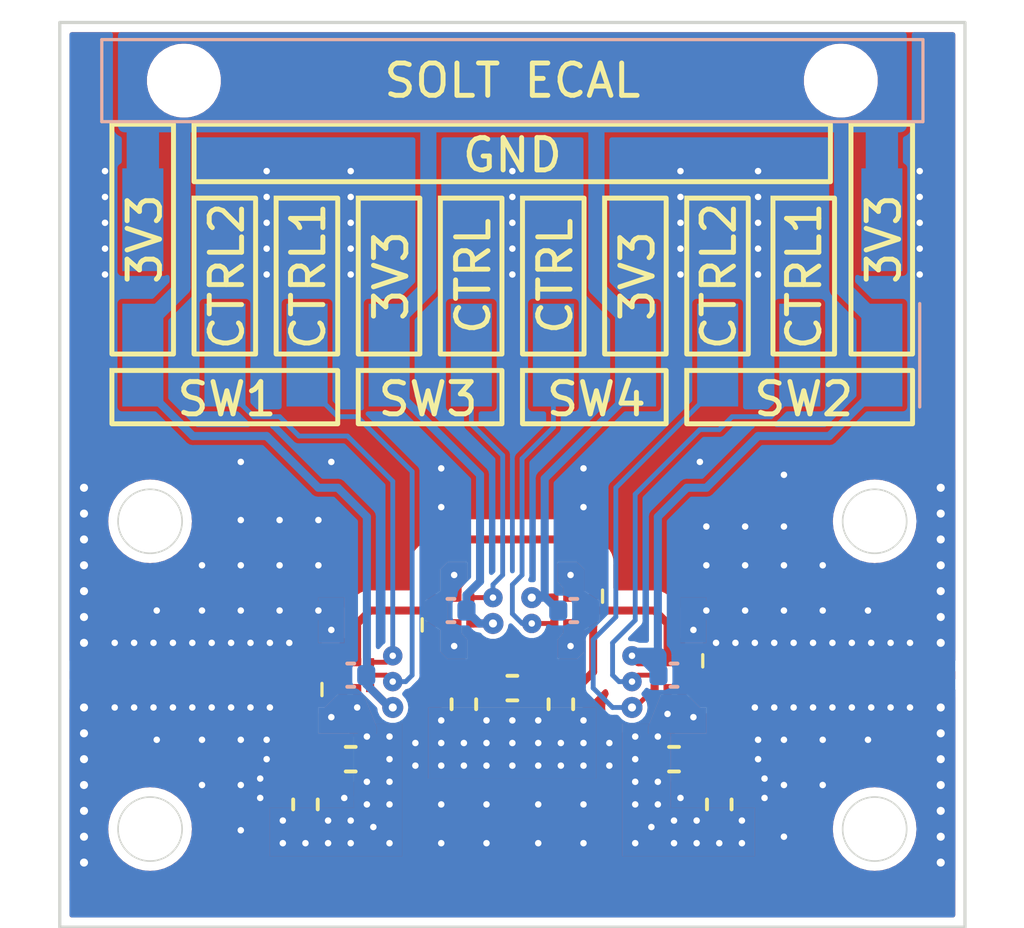
<source format=kicad_pcb>
(kicad_pcb (version 20221018) (generator pcbnew)
  (layers (0 "F.Cu" signal) (1 "In1.Cu" signal) (2 "In2.Cu" signal) (31 "B.Cu" signal) (34 "B.Paste" user) (35 "F.Paste" user) (36 "B.SilkS" user "B.Silkscreen") (37 "F.SilkS" user "F.Silkscreen") (38 "B.Mask" user) (39 "F.Mask" user) (44 "Edge.Cuts" user))
  (net 0 "")
  (net 1 "+3V3")
  (net 2 "SW1_CTRL1")
  (net 3 "SW1_CTRL2")
  (net 4 "/PORT1")
  (net 5 "SW2_CTRL1")
  (net 6 "SW2_CTRL2")
  (net 7 "/PORT2")
  (net 8 "SW1_Load")
  (net 9 "SW2_Load")
  (net 10 "SW1_Open")
  (net 11 "SW_Through")
  (net 12 "SW2_Open")
  (net 13 "SW1_Through")
  (net 14 "SW2_Through")
  (net 16 "SW3_CTRL")
  (net 18 "SW4_CTRL")
  (net 19 "/SW1_3dB")
  (net 20 "/SW2_3dB")
  (net 21 "GND")
  (footprint "Resistor_SMD:R_0402_1005Metric" (layer "F.Cu") (at 96 76.8 180)
    (fp_text reference "R22" hide)
    (fp_text value "100")
  )
  (footprint "Infineon:XQFP-10" (layer "F.Cu") (at 89.1 72.2 90)
    (fp_text reference "U3" hide)
    (fp_text value "BGS12PN10")
  )
  (footprint "Infineon:1092-03A-6" (layer "F.Cu") (at 105 74.2 -90)
    (fp_text reference "J2" hide)
    (fp_text value "PORT2")
    (fp_circle (center -4.7625 2.794) (end -3.7719 2.794) (stroke (width 0.05)) (fill none) (layer "Edge.Cuts"))
    (fp_circle (center 4.7625 2.794) (end 5.7531 2.794) (stroke (width 0.05)) (fill none) (layer "Edge.Cuts"))
  )
  (footprint "Infineon:1092-03A-6" (layer "F.Cu") (at 77 74.2 90)
    (fp_text reference "J1" hide)
    (fp_text value "PORT1")
    (fp_circle (center -4.7625 2.794) (end -3.7719 2.794) (stroke (width 0.05)) (fill none) (layer "Edge.Cuts"))
    (fp_circle (center 4.7625 2.794) (end 5.7531 2.794) (stroke (width 0.05)) (fill none) (layer "Edge.Cuts"))
  )
  (footprint "Resistor_SMD:R_0402_1005Metric" (layer "F.Cu") (at 91 74.6)
    (fp_text reference "R103" hide)
    (fp_text value "18")
  )
  (footprint "Infineon:XQFP-10" (layer "F.Cu") (at 96 74.2 -90)
    (fp_text reference "U2" hide)
    (fp_text value "BGS14PN10")
  )
  (footprint "Resistor_SMD:R_0402_1005Metric" (layer "F.Cu") (at 86 76.8)
    (fp_text reference "R12" hide)
    (fp_text value "100")
  )
  (footprint "Resistor_SMD:R_0402_1005Metric" (layer "F.Cu") (at 84.6 78.2 -90)
    (fp_text reference "R11" hide)
    (fp_text value "100")
  )
  (footprint "Infineon:XQFP-10" (layer "F.Cu") (at 92.9 72.2 -90)
    (fp_text reference "U4" hide)
    (fp_text value "BGS12PN10")
  )
  (footprint "Resistor_SMD:R_0402_1005Metric" (layer "F.Cu") (at 89.5 75.1 -90)
    (fp_text reference "R101" hide)
    (fp_text value "300")
  )
  (footprint "Infineon:XQFP-10" (layer "F.Cu") (at 86 74.2 90)
    (fp_text reference "U1" hide)
    (fp_text value "BGS14PN10")
  )
  (footprint "Resistor_SMD:R_0402_1005Metric" (layer "F.Cu") (at 92.5 75.1 -90)
    (fp_text reference "R102" hide)
    (fp_text value "300")
  )
  (footprint "Resistor_SMD:R_0402_1005Metric" (layer "F.Cu") (at 97.4 78.2 -90)
    (fp_text reference "R21" hide)
    (fp_text value "100")
  )
  (footprint "Capacitor_SMD:C_0402_1005Metric" (layer "B.Cu") (at 92.9 72.2)
    (fp_text reference "C4" hide)
    (fp_text value "C")
  )
  (footprint "Capacitor_SMD:C_0402_1005Metric" (layer "B.Cu") (at 86 74.2 180)
    (fp_text reference "C1" hide)
    (fp_text value "C")
  )
  (footprint "Capacitor_SMD:C_0402_1005Metric" (layer "B.Cu") (at 96 74.2)
    (fp_text reference "C2" hide)
    (fp_text value "C")
  )
  (footprint "Infineon:PinHeader_2x10_P2.54mm_Horizontal_SMD" (layer "B.Cu") (at 91 62.2 180)
    (fp_text reference "J3" hide)
    (fp_text value "GPIO" hide)
  )
  (footprint "Capacitor_SMD:C_0402_1005Metric" (layer "B.Cu") (at 89.1 72.2 180)
    (fp_text reference "C3" hide)
    (fp_text value "C")
  )
  (gr_rect (start 96.393 59.436) (end 98.298 64.262) (stroke (width 0.153)) (fill none) (layer "F.SilkS"))
  (gr_rect (start 91.313 59.436) (end 93.218 64.262) (stroke (width 0.153)) (fill none) (layer "F.SilkS"))
  (gr_rect (start 101.473 57.15) (end 103.378 64.262) (stroke (width 0.153)) (fill none) (layer "F.SilkS"))
  (gr_rect (start 96.393 64.77) (end 103.378 66.421) (stroke (width 0.153)) (fill none) (layer "F.SilkS"))
  (gr_rect (start 91.313 64.77) (end 95.758 66.421) (stroke (width 0.153)) (fill none) (layer "F.SilkS"))
  (gr_rect (start 93.853 59.436) (end 95.758 64.262) (stroke (width 0.153)) (fill none) (layer "F.SilkS"))
  (gr_rect (start 99.06 59.436) (end 100.965 64.262) (stroke (width 0.153)) (fill none) (layer "F.SilkS"))
  (gr_rect (start 88.773 59.436) (end 90.678 64.262) (stroke (width 0.153)) (fill none) (layer "F.SilkS"))
  (gr_rect (start 81.153 57.15) (end 100.838 58.928) (stroke (width 0.153)) (fill none) (layer "F.SilkS"))
  (gr_rect (start 78.613 57.15) (end 80.518 64.262) (stroke (width 0.153)) (fill none) (layer "F.SilkS"))
  (gr_rect (start 81.153 59.436) (end 83.058 64.262) (stroke (width 0.153)) (fill none) (layer "F.SilkS"))
  (gr_rect (start 86.233 64.77) (end 90.678 66.421) (stroke (width 0.153)) (fill none) (layer "F.SilkS"))
  (gr_rect (start 78.613 64.77) (end 85.598 66.421) (stroke (width 0.153)) (fill none) (layer "F.SilkS"))
  (gr_rect (start 83.693 59.436) (end 85.598 64.262) (stroke (width 0.153)) (fill none) (layer "F.SilkS"))
  (gr_rect (start 86.233 59.436) (end 88.138 64.262) (stroke (width 0.153)) (fill none) (layer "F.SilkS"))
  (gr_rect (start 77 54) (end 105 82) (stroke (width 0.1)) (fill none) (layer "Edge.Cuts"))
  (gr_text "CTRL" (at 89.789 61.849 90) (layer "F.SilkS") (effects (font (size 1 1) (thickness 0.153))))
  (gr_text "3V3" (at 94.869 61.849 90) (layer "F.SilkS") (effects (font (size 1 1) (thickness 0.153))))
  (gr_text "SW4" (at 93.599 65.659) (layer "F.SilkS") (effects (font (size 1 1) (thickness 0.153))))
  (gr_text "SOLT ECAL" (at 91 55.8) (layer "F.SilkS") (effects (font (size 1 1) (thickness 0.153))))
  (gr_text "CTRL1" (at 84.6836 61.849 90) (layer "F.SilkS") (effects (font (size 1 1) (thickness 0.153))))
  (gr_text "CTRL1" (at 100.0252 61.849 90) (layer "F.SilkS") (effects (font (size 1 1) (thickness 0.153))))
  (gr_text "3V3" (at 102.489 60.706 90) (layer "F.SilkS") (effects (font (size 1 1) (thickness 0.153))))
  (gr_text "CTRL2" (at 82.169 61.849 90) (layer "F.SilkS") (effects (font (size 1 1) (thickness 0.153))))
  (gr_text "3V3" (at 87.249 61.849 90) (layer "F.SilkS") (effects (font (size 1 1) (thickness 0.153))))
  (gr_text "SW3" (at 88.392 65.659) (layer "F.SilkS") (effects (font (size 1 1) (thickness 0.153))))
  (gr_text "SW1" (at 82.169 65.659) (layer "F.SilkS") (effects (font (size 1 1) (thickness 0.153))))
  (gr_text "3V3" (at 79.629 60.706 90) (layer "F.SilkS") (effects (font (size 1 1) (thickness 0.153))))
  (gr_text "CTRL2" (at 97.3836 61.849 90) (layer "F.SilkS") (effects (font (size 1 1) (thickness 0.153))))
  (gr_text "SW2" (at 100.0125 65.659) (layer "F.SilkS") (effects (font (size 1 1) (thickness 0.153))))
  (gr_text "GND" (at 91 58.108) (layer "F.SilkS") (effects (font (size 1 1) (thickness 0.153))))
  (gr_text "CTRL" (at 92.329 61.849 90) (layer "F.SilkS") (effects (font (size 1 1) (thickness 0.153))))
  (segment (start 89.7 72.6) (end 90.4 72.6) (width 0.25) (layer "F.Cu") (net 1))
  (segment (start 86.6 74.6) (end 87.2 75.2) (width 0.25) (layer "F.Cu") (net 1))
  (segment (start 94.9 73.8) (end 94.7 73.6) (width 0.25) (layer "F.Cu") (net 1))
  (segment (start 92.3 71.8) (end 91.6 71.8) (width 0.25) (layer "F.Cu") (net 1))
  (segment (start 87.2 75.2) (end 87.3 75.2) (width 0.25) (layer "F.Cu") (net 1))
  (segment (start 95.4 73.8) (end 94.9 73.8) (width 0.25) (layer "F.Cu") (net 1))
  (via (at 91.6 71.8) (size 0.65) (drill 0.25) (layers "F.Cu" "B.Cu") (net 1))
  (via (at 87.3 75.2) (size 0.65) (drill 0.25) (layers "F.Cu" "B.Cu") (net 1))
  (via (at 90.4 72.6) (size 0.65) (drill 0.25) (layers "F.Cu" "B.Cu") (net 1))
  (via (at 94.7 73.6) (size 0.6) (drill 0.2) (layers "F.Cu" "B.Cu") (net 1))
  (segment (start 94.83 64.295) (end 94.83 63.43) (width 0.5) (layer "B.Cu") (net 1))
  (segment (start 85.6 68.4) (end 85.2 68.4) (width 0.25) (layer "B.Cu") (net 1))
  (segment (start 79.57 64.295) (end 79.57 63.34) (width 0.5) (layer "B.Cu") (net 1))
  (segment (start 87.19 65.19) (end 87.19 64.295) (width 0.25) (layer "B.Cu") (net 1))
  (segment (start 95.52 73.6) (end 94.7 73.6) (width 0.5) (layer "B.Cu") (net 1))
  (segment (start 79.57 63.43) (end 80.8 62.2) (width 0.5) (layer "B.Cu") (net 1))
  (segment (start 102.43 60.105) (end 102.43 57.23) (width 1) (layer "B.Cu") (net 1))
  (segment (start 86.5 69.3) (end 85.6 68.4) (width 0.25) (layer "B.Cu") (net 1))
  (segment (start 92 68.116116) (end 94.81 65.306116) (width 0.25) (layer "B.Cu") (net 1))
  (segment (start 79.57 60.105) (end 79.57 57.23) (width 1) (layer "B.Cu") (net 1))
  (segment (start 89.58 72.2) (end 89.58 71.72) (width 0.25) (layer "B.Cu") (net 1))
  (segment (start 87.17 63.43) (end 88.4 62.2) (width 0.5) (layer "B.Cu") (net 1))
  (segment (start 95.5 74.18) (end 95.5 69.3) (width 0.25) (layer "B.Cu") (net 1))
  (segment (start 102.43 63.43) (end 101.2 62.2) (width 0.5) (layer "B.Cu") (net 1))
  (segment (start 94.7 73.6) (end 94.92 73.6) (width 0.25) (layer "B.Cu") (net 1))
  (segment (start 96.4 68.4) (end 97 68.4) (width 0.25) (layer "B.Cu") (net 1))
  (segment (start 79.57 65.25) (end 81.12 66.8) (width 0.25) (layer "B.Cu") (net 1))
  (segment (start 86.5 69.6) (end 86.5 69.3) (width 0.25) (layer "B.Cu") (net 1))
  (segment (start 86.5 74.18) (end 86.5 69.6) (width 0.25) (layer "B.Cu") (net 1))
  (segment (start 90 71.3) (end 90 68) (width 0.25) (layer "B.Cu") (net 1))
  (segment (start 87.2 75.2) (end 86.48 74.48) (width 0.25) (layer "B.Cu") (net 1))
  (segment (start 90 68) (end 87.19 65.19) (width 0.25) (layer "B.Cu") (net 1))
  (segment (start 86.48 74.48) (end 86.48 74.2) (width 0.25) (layer "B.Cu") (net 1))
  (segment (start 85 68.4) (end 85.2 68.4) (width 0.25) (layer "B.Cu") (net 1))
  (segment (start 94.81 65.306116) (end 94.81 64.295) (width 0.25) (layer "B.Cu") (net 1))
  (segment (start 80.8 62.2) (end 80.8 57.4) (width 0.5) (layer "B.Cu") (net 1))
  (segment (start 89.98 72.6) (end 89.58 72.2) (width 0.25) (layer "B.Cu") (net 1))
  (segment (start 87.3 75.2) (end 87.2 75.2) (width 0.25) (layer "B.Cu") (net 1))
  (segment (start 86.48 74.2) (end 86.5 74.18) (width 0.25) (layer "B.Cu") (net 1))
  (segment (start 91.6 71.8) (end 92.02 71.8) (width 0.25) (layer "B.Cu") (net 1))
  (segment (start 92 71.78) (end 92 68.116116) (width 0.25) (layer "B.Cu") (net 1))
  (segment (start 90.4 72.6) (end 89.98 72.6) (width 0.25) (layer "B.Cu") (net 1))
  (segment (start 81.12 66.8) (end 83.4 66.8) (width 0.25) (layer "B.Cu") (net 1))
  (segment (start 93.6 62.2) (end 93.6 57.4) (width 0.5) (layer "B.Cu") (net 1))
  (segment (start 83.4 66.8) (end 85 68.4) (width 0.25) (layer "B.Cu") (net 1))
  (segment (start 79.57 64.295) (end 79.57 63.43) (width 0.5) (layer "B.Cu") (net 1))
  (segment (start 87.17 64.295) (end 87.17 63.43) (width 0.5) (layer "B.Cu") (net 1))
  (segment (start 102.43 57.23) (end 102.4 57.2) (width 1) (layer "B.Cu") (net 1))
  (segment (start 92.02 71.8) (end 92 71.78) (width 0.25) (layer "B.Cu") (net 1))
  (segment (start 100.8 66.8) (end 102.43 65.17) (width 0.25) (layer "B.Cu") (net 1))
  (segment (start 79.57 57.23) (end 79.6 57.2) (width 1) (layer "B.Cu") (net 1))
  (segment (start 102.43 65.17) (end 102.43 64.295) (width 0.25) (layer "B.Cu") (net 1))
  (segment (start 79.57 64.295) (end 79.57 65.25) (width 0.25) (layer "B.Cu") (net 1))
  (segment (start 94.83 63.43) (end 93.6 62.2) (width 0.5) (layer "B.Cu") (net 1))
  (segment (start 98.6 66.8) (end 100.8 66.8) (width 0.25) (layer "B.Cu") (net 1))
  (segment (start 89.58 71.72) (end 90 71.3) (width 0.25) (layer "B.Cu") (net 1))
  (segment (start 95.5 69.3) (end 96.4 68.4) (width 0.25) (layer "B.Cu") (net 1))
  (segment (start 102.43 64.295) (end 102.43 63.43) (width 0.5) (layer "B.Cu") (net 1))
  (segment (start 88.4 62.2) (end 88.4 57.4) (width 0.5) (layer "B.Cu") (net 1))
  (segment (start 92.02 71.8) (end 92.42 72.2) (width 0.25) (layer "B.Cu") (net 1))
  (segment (start 102.43 65.25) (end 102.43 64.295) (width 0.25) (layer "B.Cu") (net 1))
  (segment (start 101.2 62.2) (end 101.2 57.4) (width 0.5) (layer "B.Cu") (net 1))
  (segment (start 95.52 74.2) (end 95.52 73.6) (width 0.5) (layer "B.Cu") (net 1))
  (segment (start 97 68.4) (end 98.6 66.8) (width 0.25) (layer "B.Cu") (net 1))
  (segment (start 94.92 73.6) (end 95.52 74.2) (width 0.25) (layer "B.Cu") (net 1))
  (segment (start 87.3 74.4) (end 87.1 74.2) (width 0.15) (layer "F.Cu") (net 2))
  (segment (start 87.1 74.2) (end 86.6 74.2) (width 0.15) (layer "F.Cu") (net 2))
  (via (at 87.3 74.4) (size 0.6) (drill 0.2) (layers "F.Cu" "B.Cu") (net 2))
  (segment (start 87.7 74.4) (end 87.9 74.2) (width 0.15) (layer "B.Cu") (net 2))
  (segment (start 85.6 66.2) (end 84.65 65.25) (width 0.15) (layer "B.Cu") (net 2))
  (segment (start 86.2 66.2) (end 85.6 66.2) (width 0.15) (layer "B.Cu") (net 2))
  (segment (start 87.9 74.2) (end 87.9 67.9) (width 0.15) (layer "B.Cu") (net 2))
  (segment (start 87.9 67.9) (end 86.2 66.2) (width 0.15) (layer "B.Cu") (net 2))
  (segment (start 84.65 65.25) (end 84.65 64.295) (width 0.15) (layer "B.Cu") (net 2))
  (segment (start 87.3 74.4) (end 87.7 74.4) (width 0.15) (layer "B.Cu") (net 2))
  (segment (start 87.3 73.6) (end 87.1 73.8) (width 0.15) (layer "F.Cu") (net 3))
  (segment (start 87.1 73.8) (end 86.6 73.8) (width 0.15) (layer "F.Cu") (net 3))
  (via (at 87.3 73.6) (size 0.6) (drill 0.2) (layers "F.Cu" "B.Cu") (net 3))
  (segment (start 83.8 66.2) (end 84.4 66.8) (width 0.15) (layer "B.Cu") (net 3))
  (segment (start 82.11 65.31) (end 82.11 64.295) (width 0.15) (layer "B.Cu") (net 3))
  (segment (start 83 66.2) (end 82.11 65.31) (width 0.15) (layer "B.Cu") (net 3))
  (segment (start 87.3 73.6) (end 87.3 68.2) (width 0.15) (layer "B.Cu") (net 3))
  (segment (start 83 66.2) (end 83.8 66.2) (width 0.15) (layer "B.Cu") (net 3))
  (segment (start 87.3 68.2) (end 85.9 66.8) (width 0.15) (layer "B.Cu") (net 3))
  (segment (start 85.9 66.8) (end 84.4 66.8) (width 0.15) (layer "B.Cu") (net 3))
  (segment (start 85.4 74.2) (end 77.75 74.2) (width 0.245) (layer "F.Cu") (net 4))
  (segment (start 94.9 74.2) (end 95.4 74.2) (width 0.15) (layer "F.Cu") (net 5))
  (segment (start 94.7 74.4) (end 94.9 74.2) (width 0.15) (layer "F.Cu") (net 5))
  (via (at 94.7 74.4) (size 0.6) (drill 0.2) (layers "F.Cu" "B.Cu") (net 5))
  (segment (start 94.8 72.5) (end 94.1 73.2) (width 0.15) (layer "B.Cu") (net 5))
  (segment (start 94.3 74.4) (end 94.7 74.4) (width 0.15) (layer "B.Cu") (net 5))
  (segment (start 99 66.2) (end 97.8 66.2) (width 0.15) (layer "B.Cu") (net 5))
  (segment (start 94.8 68.6) (end 94.8 72.5) (width 0.15) (layer "B.Cu") (net 5))
  (segment (start 99.89 65.31) (end 99 66.2) (width 0.15) (layer "B.Cu") (net 5))
  (segment (start 99.89 64.295) (end 99.89 65.31) (width 0.15) (layer "B.Cu") (net 5))
  (segment (start 97.4 66.6) (end 96.8 66.6) (width 0.15) (layer "B.Cu") (net 5))
  (segment (start 96.8 66.6) (end 94.8 68.6) (width 0.15) (layer "B.Cu") (net 5))
  (segment (start 94.1 73.2) (end 94.1 74.2) (width 0.15) (layer "B.Cu") (net 5))
  (segment (start 97.8 66.2) (end 97.4 66.6) (width 0.15) (layer "B.Cu") (net 5))
  (segment (start 94.1 74.2) (end 94.3 74.4) (width 0.15) (layer "B.Cu") (net 5))
  (segment (start 95.4 74.6) (end 94.8 75.2) (width 0.15) (layer "F.Cu") (net 6))
  (segment (start 94.8 75.2) (end 94.7 75.2) (width 0.15) (layer "F.Cu") (net 6))
  (via (at 94.7 75.2) (size 0.65) (drill 0.25) (layers "F.Cu" "B.Cu") (net 6))
  (segment (start 93.5 74.6) (end 93.5 73.1) (width 0.15) (layer "B.Cu") (net 6))
  (segment (start 94.2 68.4) (end 97.35 65.25) (width 0.15) (layer "B.Cu") (net 6))
  (segment (start 93.5 73.1) (end 94.2 72.4) (width 0.15) (layer "B.Cu") (net 6))
  (segment (start 94.1 75.2) (end 93.5 74.6) (width 0.15) (layer "B.Cu") (net 6))
  (segment (start 97.35 65.25) (end 97.35 64.295) (width 0.15) (layer "B.Cu") (net 6))
  (segment (start 94.2 72.4) (end 94.2 68.4) (width 0.15) (layer "B.Cu") (net 6))
  (segment (start 94.7 75.2) (end 94.1 75.2) (width 0.15) (layer "B.Cu") (net 6))
  (segment (start 96.6 74.2) (end 104.25 74.2) (width 0.245) (layer "F.Cu") (net 7))
  (segment (start 85.4 74.6) (end 84.5 75.5) (width 0.245) (layer "F.Cu") (net 8))
  (segment (start 84.5 76.7) (end 85 77.2) (width 0.245) (layer "F.Cu") (net 8))
  (segment (start 84.5 75.5) (end 84.5 76.7) (width 0.245) (layer "F.Cu") (net 8))
  (segment (start 97.5 75.5) (end 97.5 76.7) (width 0.245) (layer "F.Cu") (net 9))
  (segment (start 97.5 76.7) (end 97.1 77.1) (width 0.245) (layer "F.Cu") (net 9))
  (segment (start 96.6 74.6) (end 97.5 75.5) (width 0.245) (layer "F.Cu") (net 9))
  (segment (start 93.5 70.7) (end 93.5 71.8) (width 0.245) (layer "F.Cu") (net 11))
  (segment (start 89.2 70) (end 92.8 70) (width 0.245) (layer "F.Cu") (net 11))
  (segment (start 88.5 70.7) (end 89.2 70) (width 0.245) (layer "F.Cu") (net 11))
  (segment (start 92.8 70) (end 93.5 70.7) (width 0.245) (layer "F.Cu") (net 11))
  (segment (start 88.5 71.8) (end 88.5 70.7) (width 0.245) (layer "F.Cu") (net 11))
  (segment (start 86.2 72.6) (end 86.6 72.2) (width 0.245) (layer "F.Cu") (net 13))
  (segment (start 86.6 72.2) (end 88.5 72.2) (width 0.245) (layer "F.Cu") (net 13))
  (segment (start 86.2 73.8) (end 86.2 72.6) (width 0.245) (layer "F.Cu") (net 13))
  (segment (start 95.8 73.8) (end 95.8 72.6) (width 0.245) (layer "F.Cu") (net 14))
  (segment (start 95.4 72.2) (end 93.5 72.2) (width 0.245) (layer "F.Cu") (net 14))
  (segment (start 95.8 72.6) (end 95.4 72.2) (width 0.245) (layer "F.Cu") (net 14))
  (segment (start 89.7 71.8) (end 90.4 71.8) (width 0.15) (layer "F.Cu") (net 16))
  (via (at 90.4 71.8) (size 0.6) (drill 0.2) (layers "F.Cu" "B.Cu") (net 16))
  (segment (start 89.73 66.43) (end 89.73 64.295) (width 0.15) (layer "B.Cu") (net 16))
  (segment (start 90.4 71.4) (end 90.7 71.1) (width 0.15) (layer "B.Cu") (net 16))
  (segment (start 90.7 71.1) (end 90.7 67.4) (width 0.15) (layer "B.Cu") (net 16))
  (segment (start 90.7 67.4) (end 89.73 66.43) (width 0.15) (layer "B.Cu") (net 16))
  (segment (start 90.4 71.8) (end 90.4 71.4) (width 0.15) (layer "B.Cu") (net 16))
  (segment (start 92.3 72.6) (end 91.6 72.6) (width 0.15) (layer "F.Cu") (net 18))
  (via (at 91.6 72.6) (size 0.6) (drill 0.2) (layers "F.Cu" "B.Cu") (net 18))
  (segment (start 92.27 66.53) (end 92.27 64.295) (width 0.15) (layer "B.Cu") (net 18))
  (segment (start 91 71.4) (end 91.3 71.1) (width 0.15) (layer "B.Cu") (net 18))
  (segment (start 91.3 71.1) (end 91.3 67.5) (width 0.15) (layer "B.Cu") (net 18))
  (segment (start 91.3 67.5) (end 92.27 66.53) (width 0.15) (layer "B.Cu") (net 18))
  (segment (start 91.6 72.6) (end 91.3 72.6) (width 0.15) (layer "B.Cu") (net 18))
  (segment (start 91 72.3) (end 91 71.4) (width 0.15) (layer "B.Cu") (net 18))
  (segment (start 91.3 72.6) (end 91 72.3) (width 0.15) (layer "B.Cu") (net 18))
  (segment (start 88.5 72.6) (end 88.5 74.1) (width 0.245) (layer "F.Cu") (net 19))
  (segment (start 89.01 74.59) (end 89.5 74.59) (width 0.245) (layer "F.Cu") (net 19))
  (segment (start 88.5 74.1) (end 89 74.6) (width 0.245) (layer "F.Cu") (net 19))
  (segment (start 89 74.6) (end 89.01 74.59) (width 0.245) (layer "F.Cu") (net 19))
  (segment (start 90.48 74.59) (end 90.49 74.6) (width 0.245) (layer "F.Cu") (net 19))
  (segment (start 89.5 74.59) (end 90.48 74.59) (width 0.245) (layer "F.Cu") (net 19))
  (segment (start 91.52 74.59) (end 91.51 74.6) (width 0.245) (layer "F.Cu") (net 20))
  (segment (start 93.5 72.6) (end 93.5 74.1) (width 0.245) (layer "F.Cu") (net 20))
  (segment (start 93.5 74.1) (end 93.01 74.59) (width 0.245) (layer "F.Cu") (net 20))
  (segment (start 93.01 74.59) (end 92.5 74.59) (width 0.245) (layer "F.Cu") (net 20))
  (segment (start 92.5 74.59) (end 91.52 74.59) (width 0.245) (layer "F.Cu") (net 20))
  (segment (start 86.2 74.6) (end 86.2 75.2) (width 0.245) (layer "F.Cu") (net 21))
  (segment (start 95.8 74.6) (end 95.8 75.3) (width 0.245) (layer "F.Cu") (net 21))
  (segment (start 85.8 73.8) (end 85.8 73.2) (width 0.2) (layer "F.Cu") (net 21))
  (segment (start 96.2 73.2) (end 96.6 72.8) (width 0.2) (layer "F.Cu") (net 21))
  (segment (start 85.4 75.151471) (end 85.8 74.751471) (width 0.2) (layer "F.Cu") (net 21))
  (segment (start 85.4 75.5) (end 85.4 75.151471) (width 0.2) (layer "F.Cu") (net 21))
  (segment (start 85.8 73.2) (end 85.4 72.8) (width 0.2) (layer "F.Cu") (net 21))
  (segment (start 96.6 75.5) (end 96.6 75.151471) (width 0.2) (layer "F.Cu") (net 21))
  (segment (start 85.8 74.751471) (end 85.8 74.6) (width 0.2) (layer "F.Cu") (net 21))
  (segment (start 96.2 74.751471) (end 96.2 74.6) (width 0.2) (layer "F.Cu") (net 21))
  (segment (start 96.2 73.8) (end 96.2 73.2) (width 0.2) (layer "F.Cu") (net 21))
  (segment (start 96.6 75.151471) (end 96.2 74.751471) (width 0.2) (layer "F.Cu") (net 21))
  (via (at 91 61) (size 0.6) (drill 0.2) (layers "F.Cu" "B.Cu") (net 21))
  (via (at 99.4 68) (size 0.6) (drill 0.2) (layers "F.Cu" "B.Cu") (net 21))
  (via (at 82.9 75.2) (size 0.6) (drill 0.2) (layers "F.Cu" "B.Cu") (net 21))
  (via (at 83.9 79.4) (size 0.6) (drill 0.2) (layers "F.Cu" "B.Cu") (net 21))
  (via (at 87.2 78.2) (size 0.6) (drill 0.2) (layers "F.Cu" "B.Cu") (net 21))
  (via (at 90.2 77) (size 0.6) (drill 0.2) (layers "F.Cu" "B.Cu") (net 21))
  (via (at 79.9 73.2) (size 0.6) (drill 0.2) (layers "F.Cu" "B.Cu") (net 21))
  (via (at 102.1 75.2) (size 0.6) (drill 0.2) (layers "F.Cu" "B.Cu") (net 21))
  (via (at 94.8 79.4) (size 0.6) (drill 0.2) (layers "F.Cu" "B.Cu") (net 21))
  (via (at 93.2 67.8) (size 0.6) (drill 0.2) (layers "F.Cu" "B.Cu") (net 21))
  (via (at 79.9 75.2) (size 0.6) (drill 0.2) (layers "F.Cu" "B.Cu") (net 21))
  (via (at 95.5 77.5) (size 0.6) (drill 0.2) (layers "F.Cu" "B.Cu") (net 21))
  (via (at 100.6 77.6) (size 0.6) (drill 0.2) (layers "F.Cu" "B.Cu") (net 21))
  (via (at 85.3 79.4) (size 0.6) (drill 0.2) (layers "F.Cu" "B.Cu") (net 21))
  (via (at 93.2 79.4) (size 0.6) (drill 0.2) (layers "F.Cu" "B.Cu") (net 21))
  (via (at 87.2 79.4) (size 0.6) (drill 0.2) (layers "F.Cu" "B.Cu") (net 21))
  (via (at 81.7 73.2) (size 0.6) (drill 0.2) (layers "F.Cu" "B.Cu") (net 21))
  (via (at 103.6 61) (size 0.6) (drill 0.2) (layers "F.Cu" "B.Cu") (net 21))
  (via (at 97.9 73.2) (size 0.6) (drill 0.2) (layers "F.Cu" "B.Cu") (net 21))
  (via (at 85.4 67.6) (size 0.6) (drill 0.2) (layers "F.Cu" "B.Cu") (net 21))
  (via (at 81.4 76.2) (size 0.6) (drill 0.2) (layers "F.Cu" "B.Cu") (net 21))
  (via (at 88.8 77) (size 0.6) (drill 0.2) (layers "F.Cu" "B.Cu") (net 21))
  (via (at 83.2 77.4) (size 0.6) (drill 0.2) (layers "F.Cu" "B.Cu") (net 21))
  (via (at 86.2 75.2) (size 0.6) (drill 0.2) (layers "F.Cu" "B.Cu") (net 21))
  (via (at 96.2 61) (size 0.6) (drill 0.2) (layers "F.Cu" "B.Cu") (net 21))
  (via (at 98.8 77.4) (size 0.6) (drill 0.2) (layers "F.Cu" "B.Cu") (net 21))
  (via (at 84.6 79.4) (size 0.6) (drill 0.2) (layers "F.Cu" "B.Cu") (net 21))
  (via (at 88 77) (size 0.6) (drill 0.2) (layers "F.Cu" "B.Cu") (net 21))
  (via (at 82.3 75.2) (size 0.6) (drill 0.2) (layers "F.Cu" "B.Cu") (net 21))
  (via (at 96.6 72.8) (size 0.6) (drill 0.2) (layers "F.Cu" "B.Cu") (net 21))
  (via (at 96.2 60.2) (size 0.6) (drill 0.2) (layers "F.Cu" "B.Cu") (net 21))
  (via (at 103.6 59.4) (size 0.6) (drill 0.2) (layers "F.Cu" "B.Cu") (net 21))
  (via (at 98.2 70.8) (size 0.6) (drill 0.2) (layers "F.Cu" "B.Cu") (net 21))
  (via (at 86 61) (size 0.6) (drill 0.2) (layers "F.Cu" "B.Cu") (net 21))
  (via (at 81.7 75.2) (size 0.6) (drill 0.2) (layers "F.Cu" "B.Cu") (net 21))
  (via (at 95.5 76.1) (size 0.6) (drill 0.2) (layers "F.Cu" "B.Cu") (net 21))
  (via (at 83.8 69.4) (size 0.6) (drill 0.2) (layers "F.Cu" "B.Cu") (net 21))
  (via (at 93.2 76.3) (size 0.6) (drill 0.2) (layers "F.Cu" "B.Cu") (net 21))
  (via (at 78.7 73.2) (size 0.6) (drill 0.2) (layers "F.Cu" "B.Cu") (net 21))
  (via (at 91.8 76.3) (size 0.6) (drill 0.2) (layers "F.Cu" "B.Cu") (net 21))
  (via (at 86.5 77.5) (size 0.6) (drill 0.2) (layers "F.Cu" "B.Cu") (net 21))
  (via (at 86.5 78.2) (size 0.6) (drill 0.2) (layers "F.Cu" "B.Cu") (net 21))
  (via (at 98.2 69.6) (size 0.6) (drill 0.2) (layers "F.Cu" "B.Cu") (net 21))
  (via (at 93.2 75.6) (size 0.6) (drill 0.2) (layers "F.Cu" "B.Cu") (net 21))
  (via (at 95.8 75.4) (size 0.6) (drill 0.2) (layers "F.Cu" "B.Cu") (net 21))
  (via (at 81.4 70.8) (size 0.6) (drill 0.2) (layers "F.Cu" "B.Cu") (net 21))
  (via (at 90.2 79.4) (size 0.6) (drill 0.2) (layers "F.Cu" "B.Cu") (net 21))
  (via (at 99.7 75.2) (size 0.6) (drill 0.2) (layers "F.Cu" "B.Cu") (net 21))
  (via (at 99.4 69.6) (size 0.6) (drill 0.2) (layers "F.Cu" "B.Cu") (net 21))
  (via (at 94.8 76.1) (size 0.6) (drill 0.2) (layers "F.Cu" "B.Cu") (net 21))
  (via (at 96.7 78.7) (size 0.6) (drill 0.2) (layers "F.Cu" "B.Cu") (net 21))
  (via (at 80.5 75.2) (size 0.6) (drill 0.2) (layers "F.Cu" "B.Cu") (net 21))
  (via (at 91 58.6) (size 0.6) (drill 0.2) (layers "F.Cu" "B.Cu") (net 21))
  (via (at 101.5 73.2) (size 0.6) (drill 0.2) (layers "F.Cu" "B.Cu") (net 21))
  (via (at 78.4 58.6) (size 0.6) (drill 0.2) (layers "F.Cu" "B.Cu") (net 21))
  (via (at 83.4 58.6) (size 0.6) (drill 0.2) (layers "F.Cu" "B.Cu") (net 21))
  (via (at 93.2 69) (size 0.6) (drill 0.2) (layers "F.Cu" "B.Cu") (net 21))
  (via (at 78.4 61.8) (size 0.6) (drill 0.2) (layers "F.Cu" "B.Cu") (net 21))
  (via (at 99.4 70.8) (size 0.6) (drill 0.2) (layers "F.Cu" "B.Cu") (net 21))
  (via (at 99.1 75.2) (size 0.6) (drill 0.2) (layers "F.Cu" "B.Cu") (net 21))
  (via (at 94 76.3) (size 0.6) (drill 0.2) (layers "F.Cu" "B.Cu") (net 21))
  (via (at 85.3 78.7) (size 0.6) (drill 0.2) (layers "F.Cu" "B.Cu") (net 21))
  (via (at 98.5 73.2) (size 0.6) (drill 0.2) (layers "F.Cu" "B.Cu") (net 21))
  (via (at 82.9 73.2) (size 0.6) (drill 0.2) (layers "F.Cu" "B.Cu") (net 21))
  (via (at 96.8 67.6) (size 0.6) (drill 0.2) (layers "F.Cu" "B.Cu") (net 21))
  (via (at 83.8 72.2) (size 0.6) (drill 0.2) (layers "F.Cu" "B.Cu") (net 21))
  (via (at 98.5 75.2) (size 0.6) (drill 0.2) (layers "F.Cu" "B.Cu") (net 21))
  (via (at 97 69.6) (size 0.6) (drill 0.2) (layers "F.Cu" "B.Cu") (net 21))
  (via (at 96 79.4) (size 0.6) (drill 0.2) (layers "F.Cu" "B.Cu") (net 21))
  (via (at 97 70.8) (size 0.6) (drill 0.2) (layers "F.Cu" "B.Cu") (net 21))
  (via (at 88.8 67.8) (size 0.6) (drill 0.2) (layers "F.Cu" "B.Cu") (net 21))
  (via (at 86 60.2) (size 0.6) (drill 0.2) (layers "F.Cu" "B.Cu") (net 21))
  (via (at 98.6 60.2) (size 0.6) (drill 0.2) (layers "F.Cu" "B.Cu") (net 21))
  (via (at 91 76.3) (size 0.6) (drill 0.2) (layers "F.Cu" "B.Cu") (net 21))
  (via (at 79.3 73.2) (size 0.6) (drill 0.2) (layers "F.Cu" "B.Cu") (net 21))
  (via (at 90.2 78.2) (size 0.6) (drill 0.2) (layers "F.Cu" "B.Cu") (net 21))
  (via (at 99.1 73.2) (size 0.6) (drill 0.2) (layers "F.Cu" "B.Cu") (net 21))
  (via (at 96.2 78) (size 0.6) (drill 0.2) (layers "F.Cu" "B.Cu") (net 21))
  (via (at 86.7 78.9) (size 0.6) (drill 0.2) (layers "F.Cu" "B.Cu") (net 21))
  (via (at 90.2 76.3) (size 0.6) (drill 0.2) (layers "F.Cu" "B.Cu") (net 21))
  (via (at 83.4 61.8) (size 0.6) (drill 0.2) (layers "F.Cu" "B.Cu") (net 21))
  (via (at 103.3 73.2) (size 0.6) (drill 0.2) (layers "F.Cu" "B.Cu") (net 21))
  (via (at 78.7 75.2) (size 0.6) (drill 0.2) (layers "F.Cu" "B.Cu") (net 21))
  (via (at 81.4 77.6) (size 0.6) (drill 0.2) (layers "F.Cu" "B.Cu") (net 21))
  (via (at 98.6 61.8) (size 0.6) (drill 0.2) (layers "F.Cu" "B.Cu") (net 21))
  (via (at 78.4 61) (size 0.6) (drill 0.2) (layers "F.Cu" "B.Cu") (net 21))
  (via (at 78.4 60.2) (size 0.6) (drill 0.2) (layers "F.Cu" "B.Cu") (net 21))
  (via (at 100.9 73.2) (size 0.6) (drill 0.2) (layers "F.Cu" "B.Cu") (net 21))
  (via (at 86.5 76.1) (size 0.6) (drill 0.2) (layers "F.Cu" "B.Cu") (net 21))
  (via (at 99.7 73.2) (size 0.6) (drill 0.2) (layers "F.Cu" "B.Cu") (net 21))
  (via (at 85.8 78) (size 0.6) (drill 0.2) (layers "F.Cu" "B.Cu") (net 21))
  (via (at 102.7 73.2) (size 0.6) (drill 0.2) (layers "F.Cu" "B.Cu") (net 21))
  (via (at 92.5 77) (size 0.6) (drill 0.2) (layers "F.Cu" "B.Cu") (net 21))
  (via (at 86 59.4) (size 0.6) (drill 0.2) (layers "F.Cu" "B.Cu") (net 21))
  (via (at 102 76.2) (size 0.6) (drill 0.2) (layers "F.Cu" "B.Cu") (net 21))
  (via (at 100.6 72.2) (size 0.6) (drill 0.2) (layers "F.Cu" "B.Cu") (net 21))
  (via (at 95.5 78.2) (size 0.6) (drill 0.2) (layers "F.Cu" "B.Cu") (net 21))
  (via (at 88.8 75.6) (size 0.6) (drill 0.2) (layers "F.Cu" "B.Cu") (net 21))
  (via (at 96.6 75.5) (size 0.6) (drill 0.2) (layers "F.Cu" "B.Cu") (net 21))
  (via (at 91 60.2) (size 0.6) (drill 0.2) (layers "F.Cu" "B.Cu") (net 21))
  (via (at 99.4 72.2) (size 0.6) (drill 0.2) (layers "F.Cu" "B.Cu") (net 21))
  (via (at 98.6 59.4) (size 0.6) (drill 0.2) (layers "F.Cu" "B.Cu") (net 21))
  (via (at 92.8 71.1) (size 0.6) (drill 0.2) (layers "F.Cu" "B.Cu") (net 21))
  (via (at 82.6 72.2) (size 0.6) (drill 0.2) (layers "F.Cu" "B.Cu") (net 21))
  (via (at 102.1 73.2) (size 0.6) (drill 0.2) (layers "F.Cu" "B.Cu") (net 21))
  (via (at 80.5 73.2) (size 0.6) (drill 0.2) (layers "F.Cu" "B.Cu") (net 21))
  (via (at 102 72.2) (size 0.6) (drill 0.2) (layers "F.Cu" "B.Cu") (net 21))
  (via (at 80 76.2) (size 0.6) (drill 0.2) (layers "F.Cu" "B.Cu") (net 21))
  (via (at 96.2 58.6) (size 0.6) (drill 0.2) (layers "F.Cu" "B.Cu") (net 21))
  (via (at 100.6 70.8) (size 0.6) (drill 0.2) (layers "F.Cu" "B.Cu") (net 21))
  (via (at 103.6 61.8) (size 0.6) (drill 0.2) (layers "F.Cu" "B.Cu") (net 21))
  (via (at 89.5 76.3) (size 0.6) (drill 0.2) (layers "F.Cu" "B.Cu") (net 21))
  (via (at 87.2 76.1) (size 0.6) (drill 0.2) (layers "F.Cu" "B.Cu") (net 21))
  (via (at 99.4 77.6) (size 0.6) (drill 0.2) (layers "F.Cu" "B.Cu") (net 21))
  (via (at 96.2 61.8) (size 0.6) (drill 0.2) (layers "F.Cu" "B.Cu") (net 21))
  (via (at 95.3 78.9) (size 0.6) (drill 0.2) (layers "F.Cu" "B.Cu") (net 21))
  (via (at 82.3 73.2) (size 0.6) (drill 0.2) (layers "F.Cu" "B.Cu") (net 21))
  (via (at 103.3 75.2) (size 0.6) (drill 0.2) (layers "F.Cu" "B.Cu") (net 21))
  (via (at 82.6 70.8) (size 0.6) (drill 0.2) (layers "F.Cu" "B.Cu") (net 21))
  (via (at 98.2 72.2) (size 0.6) (drill 0.2) (layers "F.Cu" "B.Cu") (net 21))
  (via (at 84.1 73.2) (size 0.6) (drill 0.2) (layers "F.Cu" "B.Cu") (net 21))
  (via (at 94.8 76.8) (size 0.6) (drill 0.2) (layers "F.Cu" "B.Cu") (net 21))
  (via (at 100.3 73.2) (size 0.6) (drill 0.2) (layers "F.Cu" "B.Cu") (net 21))
  (via (at 93.2 77) (size 0.6) (drill 0.2) (layers "F.Cu" "B.Cu") (net 21))
  (via (at 91 61.8) (size 0.6) (drill 0.2) (layers "F.Cu" "B.Cu") (net 21))
  (via (at 82.6 77.6) (size 0.6) (drill 0.2) (layers "F.Cu" "B.Cu") (net 21))
  (via (at 89.5 77) (size 0.6) (drill 0.2) (layers "F.Cu" "B.Cu") (net 21))
  (via (at 91.8 77) (size 0.6) (drill 0.2) (layers "F.Cu" "B.Cu") (net 21))
  (via (at 86 78.7) (size 0.6) (drill 0.2) (layers "F.Cu" "B.Cu") (net 21))
  (via (at 86 58.6) (size 0.6) (drill 0.2) (layers "F.Cu" "B.Cu") (net 21))
  (via (at 83.2 78) (size 0.6) (drill 0.2) (layers "F.Cu" "B.Cu") (net 21))
  (via (at 82.6 79) (size 0.6) (drill 0.2) (layers "F.Cu" "B.Cu") (net 21))
  (via (at 85 69.4) (size 0.6) (drill 0.2) (layers "F.Cu" "B.Cu") (net 21))
  (via (at 98.6 58.6) (size 0.6) (drill 0.2) (layers "F.Cu" "B.Cu") (net 21))
  (via (at 89.2 71.1) (size 0.6) (drill 0.2) (layers "F.Cu" "B.Cu") (net 21))
  (via (at 88.8 79.4) (size 0.6) (drill 0.2) (layers "F.Cu" "B.Cu") (net 21))
  (via (at 101.5 75.2) (size 0.6) (drill 0.2) (layers "F.Cu" "B.Cu") (net 21))
  (via (at 103.6 60.2) (size 0.6) (drill 0.2) (layers "F.Cu" "B.Cu") (net 21))
  (via (at 79.3 75.2) (size 0.6) (drill 0.2) (layers "F.Cu" "B.Cu") (net 21))
  (via (at 86 61.8) (size 0.6) (drill 0.2) (layers "F.Cu" "B.Cu") (net 21))
  (via (at 82.6 76.2) (size 0.6) (drill 0.2) (layers "F.Cu" "B.Cu") (net 21))
  (via (at 102.7 75.2) (size 0.6) (drill 0.2) (layers "F.Cu" "B.Cu") (net 21))
  (via (at 87.2 77.5) (size 0.6) (drill 0.2) (layers "F.Cu" "B.Cu") (net 21))
  (via (at 88.8 69) (size 0.6) (drill 0.2) (layers "F.Cu" "B.Cu") (net 21))
  (via (at 91 59.4) (size 0.6) (drill 0.2) (layers "F.Cu" "B.Cu") (net 21))
  (via (at 88 76.3) (size 0.6) (drill 0.2) (layers "F.Cu" "B.Cu") (net 21))
  (via (at 91.8 79.4) (size 0.6) (drill 0.2) (layers "F.Cu" "B.Cu") (net 21))
  (via (at 83.8 70.8) (size 0.6) (drill 0.2) (layers "F.Cu" "B.Cu") (net 21))
  (via (at 81.1 75.2) (size 0.6) (drill 0.2) (layers "F.Cu" "B.Cu") (net 21))
  (via (at 92.5 76.3) (size 0.6) (drill 0.2) (layers "F.Cu" "B.Cu") (net 21))
  (via (at 97.3 73.2) (size 0.6) (drill 0.2) (layers "F.Cu" "B.Cu") (net 21))
  (via (at 96.2 59.4) (size 0.6) (drill 0.2) (layers "F.Cu" "B.Cu") (net 21))
  (via (at 86 79.4) (size 0.6) (drill 0.2) (layers "F.Cu" "B.Cu") (net 21))
  (via (at 83.5 75.2) (size 0.6) (drill 0.2) (layers "F.Cu" "B.Cu") (net 21))
  (via (at 100.9 75.2) (size 0.6) (drill 0.2) (layers "F.Cu" "B.Cu") (net 21))
  (via (at 97.4 79.4) (size 0.6) (drill 0.2) (layers "F.Cu" "B.Cu") (net 21))
  (via (at 83.4 76.2) (size 0.6) (drill 0.2) (layers "F.Cu" "B.Cu") (net 21))
  (via (at 98.1 79.4) (size 0.6) (drill 0.2) (layers "F.Cu" "B.Cu") (net 21))
  (via (at 98.6 61) (size 0.6) (drill 0.2) (layers "F.Cu" "B.Cu") (net 21))
  (via (at 98.6 76.2) (size 0.6) (drill 0.2) (layers "F.Cu" "B.Cu") (net 21))
  (via (at 80 72.2) (size 0.6) (drill 0.2) (layers "F.Cu" "B.Cu") (net 21))
  (via (at 93.2 78.2) (size 0.6) (drill 0.2) (layers "F.Cu" "B.Cu") (net 21))
  (via (at 98.1 78.7) (size 0.6) (drill 0.2) (layers "F.Cu" "B.Cu") (net 21))
  (via (at 91 75.6) (size 0.6) (drill 0.2) (layers "F.Cu" "B.Cu") (net 21))
  (via (at 88.8 78.2) (size 0.6) (drill 0.2) (layers "F.Cu" "B.Cu") (net 21))
  (via (at 78.4 59.4) (size 0.6) (drill 0.2) (layers "F.Cu" "B.Cu") (net 21))
  (via (at 83.4 61) (size 0.6) (drill 0.2) (layers "F.Cu" "B.Cu") (net 21))
  (via (at 85 72.2) (size 0.6) (drill 0.2) (layers "F.Cu" "B.Cu") (net 21))
  (via (at 100.6 76.2) (size 0.6) (drill 0.2) (layers "F.Cu" "B.Cu") (net 21))
  (via (at 97 72.2) (size 0.6) (drill 0.2) (layers "F.Cu" "B.Cu") (net 21))
  (via (at 96 78.7) (size 0.6) (drill 0.2) (layers "F.Cu" "B.Cu") (net 21))
  (via (at 81.4 72.2) (size 0.6) (drill 0.2) (layers "F.Cu" "B.Cu") (net 21))
  (via (at 81.1 73.2) (size 0.6) (drill 0.2) (layers "F.Cu" "B.Cu") (net 21))
  (via (at 99.4 79.2) (size 0.6) (drill 0.2) (layers "F.Cu" "B.Cu") (net 21))
  (via (at 98.6 76.8) (size 0.6) (drill 0.2) (layers "F.Cu" "B.Cu") (net 21))
  (via (at 83.4 60.2) (size 0.6) (drill 0.2) (layers "F.Cu" "B.Cu") (net 21))
  (via (at 94 77) (size 0.6) (drill 0.2) (layers "F.Cu" "B.Cu") (net 21))
  (via (at 89.2 73.3) (size 0.6) (drill 0.2) (layers "F.Cu" "B.Cu") (net 21))
  (via (at 83.9 78.7) (size 0.6) (drill 0.2) (layers "F.Cu" "B.Cu") (net 21))
  (via (at 94.8 77.5) (size 0.6) (drill 0.2) (layers "F.Cu" "B.Cu") (net 21))
  (via (at 94.8 78.2) (size 0.6) (drill 0.2) (layers "F.Cu" "B.Cu") (net 21))
  (via (at 100.3 75.2) (size 0.6) (drill 0.2) (layers "F.Cu" "B.Cu") (net 21))
  (via (at 92.8 73.3) (size 0.6) (drill 0.2) (layers "F.Cu" "B.Cu") (net 21))
  (via (at 91.8 78.2) (size 0.6) (drill 0.2) (layers "F.Cu" "B.Cu") (net 21))
  (via (at 83.4 76.8) (size 0.6) (drill 0.2) (layers "F.Cu" "B.Cu") (net 21))
  (via (at 90.2 75.6) (size 0.6) (drill 0.2) (layers "F.Cu" "B.Cu") (net 21))
  (via (at 91 77) (size 0.6) (drill 0.2) (layers "F.Cu" "B.Cu") (net 21))
  (via (at 85.4 75.5) (size 0.6) (drill 0.2) (layers "F.Cu" "B.Cu") (net 21))
  (via (at 82.6 69.4) (size 0.6) (drill 0.2) (layers "F.Cu" "B.Cu") (net 21))
  (via (at 103.6 58.6) (size 0.6) (drill 0.2) (layers "F.Cu" "B.Cu") (net 21))
  (via (at 85.4 72.8) (size 0.6) (drill 0.2) (layers "F.Cu" "B.Cu") (net 21))
  (via (at 98.8 78) (size 0.6) (drill 0.2) (layers "F.Cu" "B.Cu") (net 21))
  (via (at 85 70.8) (size 0.6) (drill 0.2) (layers "F.Cu" "B.Cu") (net 21))
  (via (at 91.8 75.6) (size 0.6) (drill 0.2) (layers "F.Cu" "B.Cu") (net 21))
  (via (at 87.2 76.8) (size 0.6) (drill 0.2) (layers "F.Cu" "B.Cu") (net 21))
  (via (at 96.7 79.4) (size 0.6) (drill 0.2) (layers "F.Cu" "B.Cu") (net 21))
  (via (at 83.4 59.4) (size 0.6) (drill 0.2) (layers "F.Cu" "B.Cu") (net 21))
  (via (at 83.5 73.2) (size 0.6) (drill 0.2) (layers "F.Cu" "B.Cu") (net 21))
  (via (at 82.6 67.6) (size 0.6) (drill 0.2) (layers "F.Cu" "B.Cu") (net 21))
  (via (at 99.4 76.2) (size 0.6) (drill 0.2) (layers "F.Cu" "B.Cu") (net 21))
  (via (at 88.8 76.3) (size 0.6) (drill 0.2) (layers "F.Cu" "B.Cu") (net 21))
  (zone (net 21) (net_name "GND") (layer "F.Cu") (connect_pads yes (clearance 0.5)) (min_thickness 0.15) (fill yes (thermal_gap 0.5) (thermal_bridge_width 0.5) (smoothing fillet) (radius 0.2))
    (polygon (pts (xy 77 54) (xy 105 54) (xy 105 82) (xy 77 82)))
  )
  (zone (net 9) (net_name "SW2_Load") (layer "F.Cu") (priority 1) (connect_pads yes (clearance 0.15)) (min_thickness 0.15) (fill yes (thermal_gap 0.5) (thermal_bridge_width 0.5) (smoothing fillet) (radius 0.2))
    (polygon (pts (xy 97.8 78) (xy 97.8 77.3) (xy 96.9 76.4) (xy 96.2 76.4) (xy 96.2 77.2) (xy 96.8 77.2) (xy 97 77.4) (xy 97 78)))
  )
  (zone (net 8) (net_name "SW1_Load") (layer "F.Cu") (connect_pads yes (clearance 0.15)) (min_thickness 0.15) (fill yes (thermal_gap 0.5) (thermal_bridge_width 0.5) (smoothing fillet) (radius 0.2))
    (polygon (pts (xy 84.2 78) (xy 84.2 77.3) (xy 85.1 76.4) (xy 85.8 76.4) (xy 85.8 77.2) (xy 85.2 77.2) (xy 85 77.4) (xy 85 78)))
  )
  (zone (net 0) (net_name "") (layer "F.Cu") (connect_pads yes (clearance 0)) (min_thickness 0.15)
    (keepout (tracks allowed) (vias allowed) (pads allowed) (copperpour not_allowed) (footprints allowed))
    (fill (thermal_gap 0.5) (thermal_bridge_width 0.5))
    (polygon (pts (xy 92.4 70.2) (xy 93 70.7) (xy 92.4 70.7) (xy 92.4 71.4) (xy 89.6 71.4) (xy 89.6 70.7) (xy 89 70.7) (xy 89.6 70.2)))
  )
  (zone (net 0) (net_name "") (layer "F.Cu") (connect_pads yes (clearance 0)) (min_thickness 0.15)
    (keepout (tracks allowed) (vias allowed) (pads allowed) (copperpour not_allowed) (footprints allowed))
    (fill (thermal_gap 0.5) (thermal_bridge_width 0.5))
    (polygon (pts (xy 92.4 73) (xy 92.4 73.7) (xy 93 73.7) (xy 92.4 74.2) (xy 89.6 74.2) (xy 89 73.7) (xy 89.6 73.7) (xy 89.6 73)))
  )
  (zone (net 21) (net_name "GND") (layers "F.Cu" "In1.Cu" "In2.Cu" "B.Cu") (priority 2) (connect_pads yes (clearance 0.15)) (min_thickness 0.15) (fill yes (thermal_gap 0.5) (thermal_bridge_width 0.5) (smoothing fillet) (radius 0.2))
    (polygon (pts (xy 85 75.2) (xy 85.2 75.2) (xy 85.6 74.8) (xy 86.4 74.8) (xy 86.8 75.8) (xy 86.8 76) (xy 85 76)))
  )
  (zone (net 21) (net_name "GND") (layers "F.Cu" "In1.Cu" "In2.Cu" "B.Cu") (priority 2) (connect_pads yes (clearance 0.15)) (min_thickness 0.15) (fill yes (thermal_gap 0.5) (thermal_bridge_width 0.5) (smoothing fillet) (radius 0.2))
    (polygon (pts (xy 88.4 75.2) (xy 93.6 75.2) (xy 93.6 77.4) (xy 88.4 77.4)))
  )
  (zone (net 21) (net_name "GND") (layers "F.Cu" "In1.Cu" "In2.Cu" "B.Cu") (priority 3) (connect_pads yes (clearance 0.15)) (min_thickness 0.15) (fill yes (thermal_gap 0.5) (thermal_bridge_width 0.5) (smoothing fillet) (radius 0.2))
    (polygon (pts (xy 88.77 72.8) (xy 88.3 72.5) (xy 88.3 71.9) (xy 89 71.9) (xy 89 72.47) (xy 89.43 72.47) (xy 89.43 72.9) (xy 89.6 73.1) (xy 89.6 73.7) (xy 89 73.7) (xy 88.77 73.47)))
  )
  (zone (net 21) (net_name "GND") (layers "F.Cu" "In1.Cu" "In2.Cu" "B.Cu") (priority 3) (connect_pads yes (clearance 0.15)) (min_thickness 0.15) (fill yes (thermal_gap 0.5) (thermal_bridge_width 0.5) (smoothing fillet) (radius 0.2))
    (polygon (pts (xy 88.77 71.6) (xy 88.3 71.9) (xy 88.3 72.5) (xy 89 72.5) (xy 89 71.93) (xy 89.43 71.93) (xy 89.43 71.5) (xy 89.6 71.3) (xy 89.6 70.7) (xy 89 70.7) (xy 88.77 70.93)))
  )
  (zone (net 21) (net_name "GND") (layers "F.Cu" "In1.Cu" "In2.Cu" "B.Cu") (priority 1) (connect_pads yes (clearance 0.15)) (min_thickness 0.15) (fill yes (thermal_gap 0.5) (thermal_bridge_width 0.5) (smoothing fillet) (radius 0.2))
    (polygon (pts (xy 83.5 79.8) (xy 83.5 78.3) (xy 86.1 78.3) (xy 86.1 75.7) (xy 87.6 75.7) (xy 87.6 79.8)))
  )
  (zone (net 21) (net_name "GND") (layers "F.Cu" "In1.Cu" "In2.Cu" "B.Cu") (priority 2) (connect_pads yes (clearance 0.15)) (min_thickness 0.15) (fill yes (thermal_gap 0.5) (thermal_bridge_width 0.5) (smoothing fillet) (radius 0.2))
    (polygon (pts (xy 96.2 71.8) (xy 97 71.8) (xy 97 73.2) (xy 96.2 73.2)))
  )
  (zone (net 21) (net_name "GND") (layers "F.Cu" "In1.Cu" "In2.Cu" "B.Cu") (priority 3) (connect_pads yes (clearance 0.15)) (min_thickness 0.15) (fill yes (thermal_gap 0.5) (thermal_bridge_width 0.5) (smoothing fillet) (radius 0.2))
    (polygon (pts (xy 93.23 72.8) (xy 93.7 72.5) (xy 93.7 71.9) (xy 93 71.9) (xy 93 72.47) (xy 92.57 72.47) (xy 92.57 72.9) (xy 92.4 73.1) (xy 92.4 73.7) (xy 93 73.7) (xy 93.23 73.47)))
  )
  (zone (net 21) (net_name "GND") (layers "F.Cu" "In1.Cu" "In2.Cu" "B.Cu") (priority 2) (connect_pads yes (clearance 0.15)) (min_thickness 0.15) (fill yes (thermal_gap 0.5) (thermal_bridge_width 0.5) (smoothing fillet) (radius 0.2))
    (polygon (pts (xy 85 71.8) (xy 85.8 71.8) (xy 85.8 73.2) (xy 85 73.2)))
  )
  (zone (net 21) (net_name "GND") (layers "F.Cu" "In1.Cu" "In2.Cu" "B.Cu") (priority 3) (connect_pads yes (clearance 0.15)) (min_thickness 0.15) (fill yes (thermal_gap 0.5) (thermal_bridge_width 0.5) (smoothing fillet) (radius 0.2))
    (polygon (pts (xy 93.23 71.6) (xy 93.7 71.9) (xy 93.7 72.5) (xy 93 72.5) (xy 93 71.93) (xy 92.57 71.93) (xy 92.57 71.5) (xy 92.4 71.3) (xy 92.4 70.7) (xy 93 70.7) (xy 93.23 70.93)))
  )
  (zone (net 21) (net_name "GND") (layers "F.Cu" "In1.Cu" "In2.Cu" "B.Cu") (priority 1) (connect_pads yes (clearance 0.15)) (min_thickness 0.15) (fill yes (thermal_gap 0.5) (thermal_bridge_width 0.5) (smoothing fillet) (radius 0.2))
    (polygon (pts (xy 98.5 79.8) (xy 98.5 78.3) (xy 95.9 78.3) (xy 95.9 75.7) (xy 94.4 75.7) (xy 94.4 79.8)))
  )
  (zone (net 21) (net_name "GND") (layers "F.Cu" "In1.Cu" "In2.Cu" "B.Cu") (priority 2) (connect_pads yes (clearance 0.15)) (min_thickness 0.15) (fill yes (thermal_gap 0.5) (thermal_bridge_width 0.5) (smoothing fillet) (radius 0.2))
    (polygon (pts (xy 97 75.2) (xy 96.8 75.2) (xy 96.4 74.8) (xy 95.6 74.8) (xy 95.2 75.8) (xy 95.2 76) (xy 97 76)))
  )
  (zone (net 21) (net_name "GND") (layers "In1.Cu" "In2.Cu" "B.Cu") (connect_pads yes (clearance 0.15)) (min_thickness 0.15) (fill yes (thermal_gap 0.5) (thermal_bridge_width 0.5) (smoothing fillet) (radius 0.2))
    (polygon (pts (xy 77 54) (xy 105 54) (xy 105 82) (xy 77 82)))
  )
  (zone (net 1) (net_name "+3V3") (layer "B.Cu") (priority 4) (connect_pads yes (clearance 0.15)) (min_thickness 0.15) (fill yes (thermal_gap 0.5) (thermal_bridge_width 0.5) (smoothing fillet) (radius 0.2))
    (polygon (pts (xy 78.8 54.2) (xy 103.2 54.2) (xy 103.2 57.4) (xy 78.8 57.4)))
  )
)
</source>
